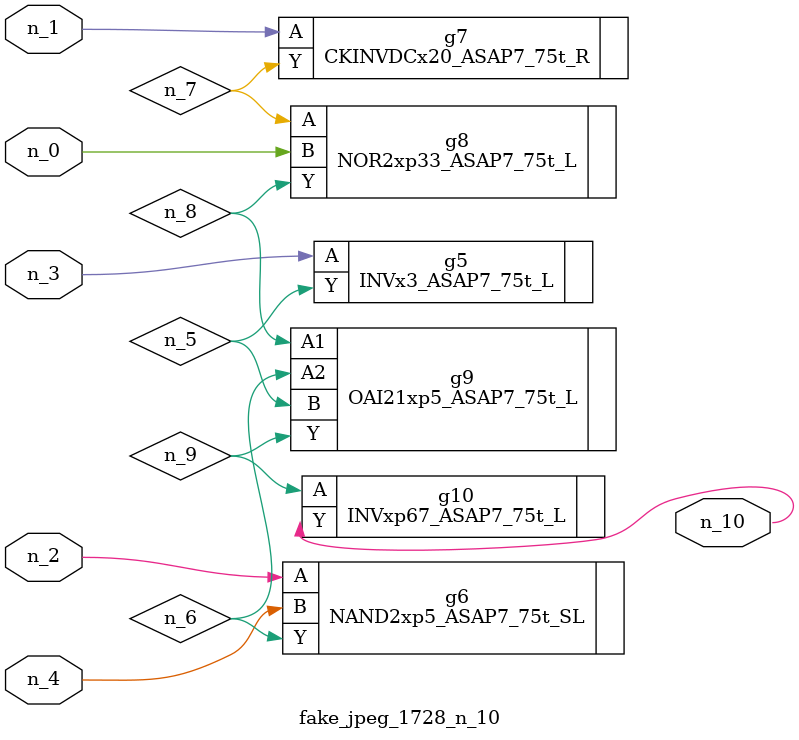
<source format=v>
module fake_jpeg_1728_n_10 (n_3, n_2, n_1, n_0, n_4, n_10);

input n_3;
input n_2;
input n_1;
input n_0;
input n_4;

output n_10;

wire n_8;
wire n_9;
wire n_6;
wire n_5;
wire n_7;

INVx3_ASAP7_75t_L g5 ( 
.A(n_3),
.Y(n_5)
);

NAND2xp5_ASAP7_75t_SL g6 ( 
.A(n_2),
.B(n_4),
.Y(n_6)
);

CKINVDCx20_ASAP7_75t_R g7 ( 
.A(n_1),
.Y(n_7)
);

NOR2xp33_ASAP7_75t_L g8 ( 
.A(n_7),
.B(n_0),
.Y(n_8)
);

OAI21xp5_ASAP7_75t_L g9 ( 
.A1(n_8),
.A2(n_6),
.B(n_5),
.Y(n_9)
);

INVxp67_ASAP7_75t_L g10 ( 
.A(n_9),
.Y(n_10)
);


endmodule
</source>
